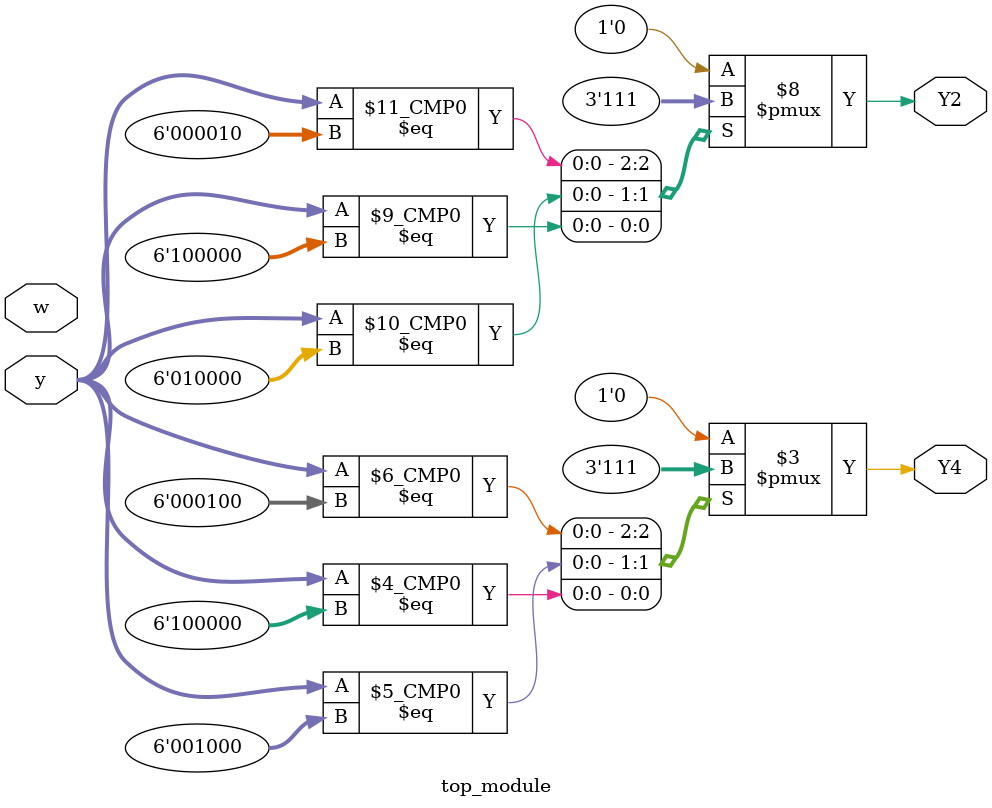
<source format=sv>
module top_module (
    input [6:1] y,
    input w,
    output Y2,
    output Y4
);

reg Y2, Y4;

always @(*) begin
    case (y)
        6'b000001: begin // State A
            Y2 = 1'b0;
            Y4 = 1'b0;
        end
        
        6'b000010: begin // State B
            Y2 = 1'b1;
            Y4 = 1'b0;
        end
        
        6'b000100: begin // State C
            Y2 = 1'b0;
            Y4 = 1'b1;
        end
        
        6'b001000: begin // State D
            Y2 = 1'b0;
            Y4 = 1'b1;
        end
        
        6'b010000: begin // State E
            Y2 = 1'b1;
            Y4 = 1'b0;
        end
        
        6'b100000: begin // State F
            Y2 = 1'b1;
            Y4 = 1'b1;
        end
        
        default: begin
            Y2 = 1'b0;
            Y4 = 1'b0;
        end
    endcase
end

endmodule

</source>
